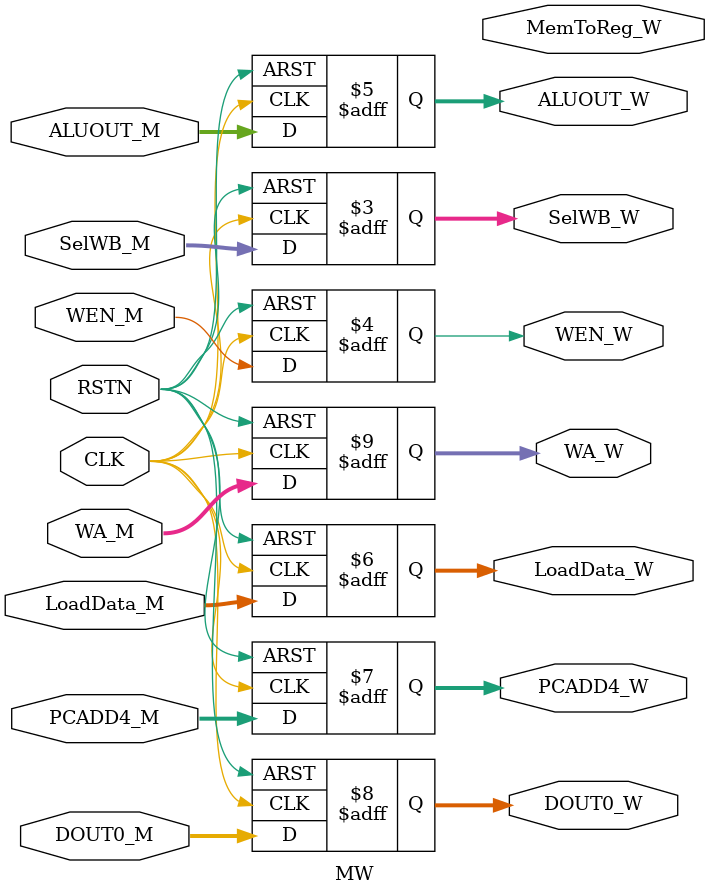
<source format=v>
module MW(
	// input
	input CLK, RSTN,
	input [1:0] SelWB_M,
	input WEN_M,  
	input [31:0] ALUOUT_M, LoadData_M, PCADD4_M, DOUT0_M,
	input [4:0] WA_M,
	// output
	output reg [1:0] SelWB_W,
	output reg WEN_W, MemToReg_W, 
	output reg [31:0] ALUOUT_W, LoadData_W, PCADD4_W, DOUT0_W,
	output reg [4:0] WA_W
);
always@(posedge CLK or negedge RSTN) begin
	if(~RSTN) begin
		WEN_W <= 1; SelWB_W <= 0; WA_W <= 0;
		ALUOUT_W <= 0; LoadData_W <= 0; PCADD4_W <= 0; DOUT0_W <= 0;
	end
	else begin
		SelWB_W <= SelWB_M; WEN_W <= WEN_M;
		WA_W <= WA_M; PCADD4_W <= PCADD4_M; ALUOUT_W <= ALUOUT_M;
		LoadData_W <= LoadData_M; DOUT0_W <= DOUT0_M; 
	end
end
endmodule

</source>
